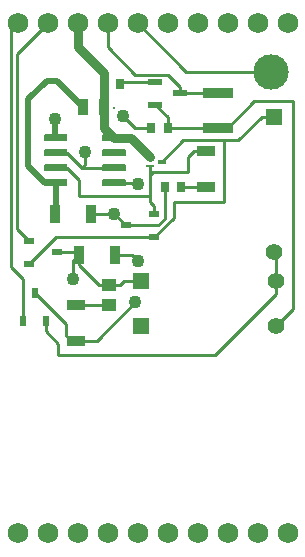
<source format=gtl>
%TF.GenerationSoftware,KiCad,Pcbnew,8.0.7*%
%TF.CreationDate,2025-02-19T16:14:27-05:00*%
%TF.ProjectId,Precharge Module V2.1,50726563-6861-4726-9765-204d6f64756c,rev?*%
%TF.SameCoordinates,Original*%
%TF.FileFunction,Copper,L1,Top*%
%TF.FilePolarity,Positive*%
%FSLAX46Y46*%
G04 Gerber Fmt 4.6, Leading zero omitted, Abs format (unit mm)*
G04 Created by KiCad (PCBNEW 8.0.7) date 2025-02-19 16:14:27*
%MOMM*%
%LPD*%
G01*
G04 APERTURE LIST*
%TA.AperFunction,SMDPad,CuDef*%
%ADD10R,1.600200X0.863600*%
%TD*%
%TA.AperFunction,SMDPad,CuDef*%
%ADD11R,0.660400X0.279400*%
%TD*%
%TA.AperFunction,SMDPad,CuDef*%
%ADD12R,0.660400X0.381000*%
%TD*%
%TA.AperFunction,ComponentPad*%
%ADD13R,1.397000X1.397000*%
%TD*%
%TA.AperFunction,ComponentPad*%
%ADD14C,1.397000*%
%TD*%
%TA.AperFunction,SMDPad,CuDef*%
%ADD15R,0.558800X0.863600*%
%TD*%
%TA.AperFunction,ComponentPad*%
%ADD16C,3.000000*%
%TD*%
%TA.AperFunction,SMDPad,CuDef*%
%ADD17R,1.219200X0.558800*%
%TD*%
%TA.AperFunction,SMDPad,CuDef*%
%ADD18R,0.711200X0.939800*%
%TD*%
%TA.AperFunction,SMDPad,CuDef*%
%ADD19R,2.500000X0.955600*%
%TD*%
%TA.AperFunction,SMDPad,CuDef*%
%ADD20R,0.863600X0.558800*%
%TD*%
%TA.AperFunction,SMDPad,CuDef*%
%ADD21R,1.193800X1.016000*%
%TD*%
%TA.AperFunction,SMDPad,CuDef*%
%ADD22R,0.855600X1.600000*%
%TD*%
%TA.AperFunction,ComponentPad*%
%ADD23C,1.750000*%
%TD*%
%TA.AperFunction,SMDPad,CuDef*%
%ADD24R,0.812800X1.346200*%
%TD*%
%TA.AperFunction,ViaPad*%
%ADD25C,1.100000*%
%TD*%
%TA.AperFunction,Conductor*%
%ADD26C,0.250000*%
%TD*%
%TA.AperFunction,Conductor*%
%ADD27C,0.500000*%
%TD*%
%TA.AperFunction,Conductor*%
%ADD28C,0.750000*%
%TD*%
%TA.AperFunction,Conductor*%
%ADD29C,0.200000*%
%TD*%
G04 APERTURE END LIST*
D10*
X55750000Y-49202000D03*
X55750000Y-52250000D03*
D11*
X62000000Y-36699900D03*
X62000000Y-37500000D03*
D12*
X62990600Y-37099950D03*
D13*
X61250000Y-51000000D03*
D14*
X72680000Y-51000000D03*
D15*
X51297500Y-50637600D03*
X53202500Y-50637600D03*
X52250000Y-48250000D03*
D16*
X72250000Y-29500000D03*
D17*
X62433200Y-30369000D03*
X62433200Y-32274000D03*
X64566800Y-31321500D03*
D18*
X64647000Y-39250000D03*
X63250000Y-39250000D03*
D19*
X67750000Y-34227801D03*
X67750000Y-31272199D03*
D20*
X62387600Y-43452500D03*
X62387600Y-41547500D03*
X60000000Y-42500000D03*
D10*
X66750000Y-39274000D03*
X66750000Y-36226000D03*
D21*
X58500000Y-47548200D03*
X58500000Y-49250000D03*
D13*
X61250000Y-47250000D03*
D14*
X72680000Y-47250000D03*
D22*
X53972199Y-41500000D03*
X57027801Y-41500000D03*
X59027801Y-45000000D03*
X55972199Y-45000000D03*
D18*
X58103000Y-30500000D03*
X59500000Y-30500000D03*
D13*
X72500000Y-33285000D03*
D14*
X72500000Y-44715000D03*
D18*
X62103000Y-34250000D03*
X63500000Y-34250000D03*
D23*
X50800000Y-68580000D03*
X53340000Y-68580000D03*
X55880000Y-68580000D03*
X58420000Y-68580000D03*
X60960000Y-68580000D03*
X63500000Y-68580000D03*
X66040000Y-68580000D03*
X68580000Y-68580000D03*
X71120000Y-68580000D03*
X73660000Y-68580000D03*
%TA.AperFunction,SMDPad,CuDef*%
G36*
G01*
X53045000Y-35320000D02*
X53045000Y-34870000D01*
G75*
G02*
X53120000Y-34795000I75000J0D01*
G01*
X54940000Y-34795000D01*
G75*
G02*
X55015000Y-34870000I0J-75000D01*
G01*
X55015000Y-35320000D01*
G75*
G02*
X54940000Y-35395000I-75000J0D01*
G01*
X53120000Y-35395000D01*
G75*
G02*
X53045000Y-35320000I0J75000D01*
G01*
G37*
%TD.AperFunction*%
%TA.AperFunction,SMDPad,CuDef*%
G36*
G01*
X53045000Y-36590000D02*
X53045000Y-36140000D01*
G75*
G02*
X53120000Y-36065000I75000J0D01*
G01*
X54940000Y-36065000D01*
G75*
G02*
X55015000Y-36140000I0J-75000D01*
G01*
X55015000Y-36590000D01*
G75*
G02*
X54940000Y-36665000I-75000J0D01*
G01*
X53120000Y-36665000D01*
G75*
G02*
X53045000Y-36590000I0J75000D01*
G01*
G37*
%TD.AperFunction*%
%TA.AperFunction,SMDPad,CuDef*%
G36*
G01*
X53045000Y-37860000D02*
X53045000Y-37410000D01*
G75*
G02*
X53120000Y-37335000I75000J0D01*
G01*
X54940000Y-37335000D01*
G75*
G02*
X55015000Y-37410000I0J-75000D01*
G01*
X55015000Y-37860000D01*
G75*
G02*
X54940000Y-37935000I-75000J0D01*
G01*
X53120000Y-37935000D01*
G75*
G02*
X53045000Y-37860000I0J75000D01*
G01*
G37*
%TD.AperFunction*%
%TA.AperFunction,SMDPad,CuDef*%
G36*
G01*
X53045000Y-39130000D02*
X53045000Y-38680000D01*
G75*
G02*
X53120000Y-38605000I75000J0D01*
G01*
X54940000Y-38605000D01*
G75*
G02*
X55015000Y-38680000I0J-75000D01*
G01*
X55015000Y-39130000D01*
G75*
G02*
X54940000Y-39205000I-75000J0D01*
G01*
X53120000Y-39205000D01*
G75*
G02*
X53045000Y-39130000I0J75000D01*
G01*
G37*
%TD.AperFunction*%
%TA.AperFunction,SMDPad,CuDef*%
G36*
G01*
X57985000Y-39130000D02*
X57985000Y-38680000D01*
G75*
G02*
X58060000Y-38605000I75000J0D01*
G01*
X59880000Y-38605000D01*
G75*
G02*
X59955000Y-38680000I0J-75000D01*
G01*
X59955000Y-39130000D01*
G75*
G02*
X59880000Y-39205000I-75000J0D01*
G01*
X58060000Y-39205000D01*
G75*
G02*
X57985000Y-39130000I0J75000D01*
G01*
G37*
%TD.AperFunction*%
%TA.AperFunction,SMDPad,CuDef*%
G36*
G01*
X57985000Y-37860000D02*
X57985000Y-37410000D01*
G75*
G02*
X58060000Y-37335000I75000J0D01*
G01*
X59880000Y-37335000D01*
G75*
G02*
X59955000Y-37410000I0J-75000D01*
G01*
X59955000Y-37860000D01*
G75*
G02*
X59880000Y-37935000I-75000J0D01*
G01*
X58060000Y-37935000D01*
G75*
G02*
X57985000Y-37860000I0J75000D01*
G01*
G37*
%TD.AperFunction*%
%TA.AperFunction,SMDPad,CuDef*%
G36*
G01*
X57985000Y-36590000D02*
X57985000Y-36140000D01*
G75*
G02*
X58060000Y-36065000I75000J0D01*
G01*
X59880000Y-36065000D01*
G75*
G02*
X59955000Y-36140000I0J-75000D01*
G01*
X59955000Y-36590000D01*
G75*
G02*
X59880000Y-36665000I-75000J0D01*
G01*
X58060000Y-36665000D01*
G75*
G02*
X57985000Y-36590000I0J75000D01*
G01*
G37*
%TD.AperFunction*%
%TA.AperFunction,SMDPad,CuDef*%
G36*
G01*
X57985000Y-35320000D02*
X57985000Y-34870000D01*
G75*
G02*
X58060000Y-34795000I75000J0D01*
G01*
X59880000Y-34795000D01*
G75*
G02*
X59955000Y-34870000I0J-75000D01*
G01*
X59955000Y-35320000D01*
G75*
G02*
X59880000Y-35395000I-75000J0D01*
G01*
X58060000Y-35395000D01*
G75*
G02*
X57985000Y-35320000I0J75000D01*
G01*
G37*
%TD.AperFunction*%
D24*
X56348300Y-32500000D03*
X58151700Y-32500000D03*
D23*
X50800000Y-25400000D03*
X53340000Y-25400000D03*
X55880000Y-25400000D03*
X58420000Y-25400000D03*
X60960000Y-25400000D03*
X63500000Y-25400000D03*
X66040000Y-25400000D03*
X68580000Y-25400000D03*
X71120000Y-25400000D03*
X73660000Y-25400000D03*
D20*
X51750000Y-43845000D03*
X51750000Y-45750000D03*
X54137600Y-44797500D03*
D25*
X55500000Y-47000000D03*
X54000000Y-33500000D03*
X59000000Y-41500000D03*
X61000000Y-39000000D03*
X61000000Y-45500000D03*
X60750000Y-49000000D03*
X56500000Y-36250000D03*
X59750000Y-33250000D03*
D26*
X58500000Y-47548200D02*
X57653100Y-47548200D01*
X59794900Y-47250000D02*
X59496700Y-47548200D01*
X58420000Y-27420000D02*
X58420000Y-25400000D01*
X67700699Y-31321500D02*
X67750000Y-31272199D01*
X64566800Y-31321500D02*
X64566800Y-30792100D01*
X63250000Y-39250000D02*
X63250000Y-41946300D01*
X55769699Y-44797500D02*
X55972199Y-45000000D01*
X63250000Y-41946300D02*
X62696300Y-42500000D01*
X64566800Y-30792100D02*
X63524700Y-29750000D01*
X63524700Y-29750000D02*
X60750000Y-29750000D01*
X59000000Y-41500000D02*
X60000000Y-42500000D01*
X55500000Y-45472199D02*
X55972199Y-45000000D01*
X57653100Y-47548200D02*
X55972199Y-45867299D01*
X54000000Y-35065000D02*
X54030000Y-35095000D01*
X62696300Y-42500000D02*
X60000000Y-42500000D01*
X61250000Y-47250000D02*
X59794900Y-47250000D01*
X64566800Y-31321500D02*
X67700699Y-31321500D01*
X55972199Y-45867299D02*
X55972199Y-45000000D01*
D27*
X54000000Y-33500000D02*
X54000000Y-35065000D01*
D26*
X54137600Y-44797500D02*
X55769699Y-44797500D01*
X57027801Y-41500000D02*
X59000000Y-41500000D01*
X55500000Y-47000000D02*
X55500000Y-45472199D01*
X60750000Y-29750000D02*
X58420000Y-27420000D01*
X59496700Y-47548200D02*
X58500000Y-47548200D01*
X60500000Y-45000000D02*
X61000000Y-45500000D01*
X59027801Y-45000000D02*
X60500000Y-45000000D01*
X60905000Y-38905000D02*
X61000000Y-39000000D01*
X58970000Y-38905000D02*
X60905000Y-38905000D01*
D27*
X54030000Y-38905000D02*
X53105000Y-38905000D01*
X53250000Y-30250000D02*
X54098300Y-30250000D01*
X54030000Y-41442199D02*
X53972199Y-41500000D01*
X54098300Y-30250000D02*
X56348300Y-32500000D01*
X51700000Y-37500000D02*
X51700000Y-31800000D01*
X54030000Y-38905000D02*
X54030000Y-41442199D01*
X51700000Y-31800000D02*
X53250000Y-30250000D01*
X53105000Y-38905000D02*
X51700000Y-37500000D01*
D26*
X66726000Y-39250000D02*
X66750000Y-39274000D01*
X64647000Y-39250000D02*
X66726000Y-39250000D01*
X62000000Y-40000000D02*
X62000000Y-38250000D01*
X56000000Y-38620001D02*
X56000000Y-40000000D01*
X54030000Y-37635000D02*
X55014999Y-37635000D01*
X62000000Y-40500000D02*
X62387600Y-40887600D01*
X62000000Y-40000000D02*
X62000000Y-40500000D01*
X55014999Y-37635000D02*
X56000000Y-38620001D01*
X62250000Y-38000000D02*
X62000000Y-38250000D01*
X66750000Y-36226000D02*
X65699900Y-36226000D01*
X65250000Y-36675900D02*
X65250000Y-38000000D01*
X56000000Y-40000000D02*
X62000000Y-40000000D01*
X62387600Y-40887600D02*
X62387600Y-41547500D01*
X65699900Y-36226000D02*
X65250000Y-36675900D01*
X65250000Y-38000000D02*
X62250000Y-38000000D01*
X62000000Y-38250000D02*
X62000000Y-37500000D01*
X54875700Y-50875700D02*
X54875700Y-51819178D01*
X52250000Y-48250000D02*
X54875700Y-50875700D01*
X65060000Y-29500000D02*
X60960000Y-25400000D01*
X57500000Y-52250000D02*
X60750000Y-49000000D01*
X55750000Y-52250000D02*
X57500000Y-52250000D01*
X72250000Y-29500000D02*
X65060000Y-29500000D01*
X55306522Y-52250000D02*
X55750000Y-52250000D01*
X54875700Y-51819178D02*
X55306522Y-52250000D01*
X58452000Y-49202000D02*
X58500000Y-49250000D01*
X55750000Y-49202000D02*
X58452000Y-49202000D01*
X50250000Y-25950000D02*
X50800000Y-25400000D01*
X51297500Y-47047500D02*
X50250000Y-46000000D01*
X50250000Y-46000000D02*
X50250000Y-25950000D01*
X51297500Y-50637600D02*
X51297500Y-47047500D01*
X53340000Y-25400000D02*
X50750000Y-27990000D01*
X50750000Y-27990000D02*
X50750000Y-42845000D01*
X50750000Y-42845000D02*
X51750000Y-43845000D01*
X74138000Y-49542000D02*
X74138000Y-32000000D01*
X62433200Y-32274000D02*
X63500000Y-33340800D01*
X63500000Y-33340800D02*
X63500000Y-34250000D01*
X67750000Y-34227801D02*
X63522199Y-34227801D01*
X63522199Y-34227801D02*
X63500000Y-34250000D01*
X74138000Y-32000000D02*
X70825179Y-32000000D01*
X68597378Y-34227801D02*
X67750000Y-34227801D01*
X70825179Y-32000000D02*
X68597378Y-34227801D01*
X72680000Y-51000000D02*
X74138000Y-49542000D01*
X62433200Y-30369000D02*
X59631000Y-30369000D01*
X59631000Y-30369000D02*
X59500000Y-30500000D01*
X54250000Y-52531900D02*
X54250000Y-53500000D01*
X54250000Y-53500000D02*
X67500000Y-53500000D01*
X72680000Y-47250000D02*
X72680000Y-44895000D01*
X53202500Y-50637600D02*
X53202500Y-51484400D01*
X67500000Y-53500000D02*
X72680000Y-48320000D01*
X53202500Y-51484400D02*
X54250000Y-52531900D01*
X72680000Y-44895000D02*
X72500000Y-44715000D01*
X72680000Y-48320000D02*
X72680000Y-47250000D01*
X60750000Y-34250000D02*
X62103000Y-34250000D01*
X56284999Y-37635000D02*
X58970000Y-37635000D01*
X56500000Y-36250000D02*
X56500000Y-37419999D01*
X59750000Y-33250000D02*
X60750000Y-34250000D01*
X54030000Y-36365000D02*
X55014999Y-36365000D01*
X56500000Y-37419999D02*
X56284999Y-37635000D01*
X55014999Y-36365000D02*
X56284999Y-37635000D01*
D28*
X58151700Y-32500000D02*
X58151700Y-34276700D01*
X58151700Y-34276700D02*
X58970000Y-35095000D01*
X58103000Y-29603000D02*
X58103000Y-30500000D01*
X55880000Y-27380000D02*
X58103000Y-29603000D01*
X60395100Y-35095000D02*
X62000000Y-36699900D01*
D29*
X58970000Y-32530000D02*
X59000000Y-32500000D01*
D28*
X55880000Y-25400000D02*
X55880000Y-27380000D01*
X58103000Y-30500000D02*
X58103000Y-32451300D01*
X58970000Y-35095000D02*
X60395100Y-35095000D01*
X58103000Y-32451300D02*
X58151700Y-32500000D01*
D26*
X62990600Y-37099950D02*
X64840550Y-35250000D01*
X54047500Y-43452500D02*
X62387600Y-43452500D01*
X68250000Y-40500000D02*
X64000000Y-40500000D01*
X51750000Y-45750000D02*
X54047500Y-43452500D01*
X64000000Y-40500000D02*
X64000000Y-41840100D01*
X69500000Y-35250000D02*
X68250000Y-35250000D01*
X64000000Y-41840100D02*
X62387600Y-43452500D01*
X71465000Y-33285000D02*
X69500000Y-35250000D01*
X68250000Y-35250000D02*
X68250000Y-40500000D01*
X64840550Y-35250000D02*
X68250000Y-35250000D01*
X72500000Y-33285000D02*
X71465000Y-33285000D01*
X72500000Y-32785000D02*
X71965000Y-32785000D01*
M02*

</source>
